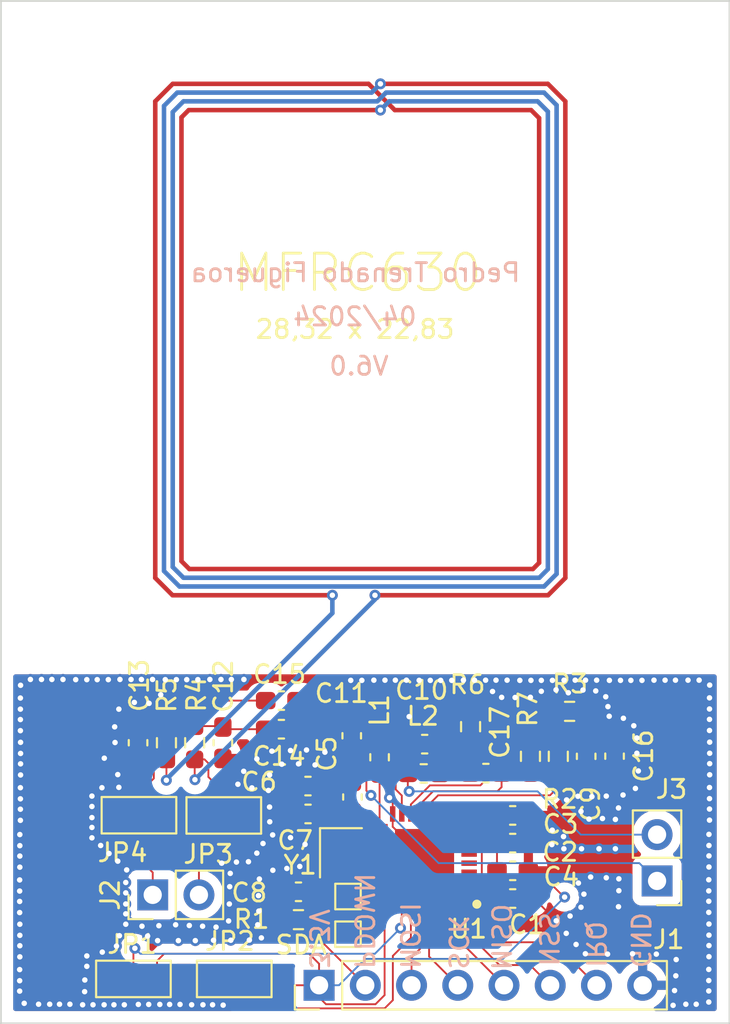
<source format=kicad_pcb>
(kicad_pcb (version 20221018) (generator pcbnew)
  (title_block (title "NFC Programmer") (rev "3.0") (company "Tychetools"))
  (layers (0 "F.Cu" signal) (31 "B.Cu" signal) (34 "B.Paste" user) (35 "F.Paste" user) (36 "B.SilkS" user "B.Silkscreen") (37 "F.SilkS" user "F.Silkscreen") (38 "B.Mask" user) (39 "F.Mask" user) (44 "Edge.Cuts" user))
  (net 0 "")
  (net 1 "Net-(U1-DVDD)")
  (net 2 "GND")
  (net 3 "Net-(U1-AVDD)")
  (net 4 "Net-(U1-TVDD)")
  (net 5 "Net-(U1-XTAL2)")
  (net 6 "/RXP")
  (net 7 "Net-(C9-Pad2)")
  (net 8 "Net-(C10-Pad2)")
  (net 9 "Net-(C11-Pad1)")
  (net 10 "Net-(C12-Pad1)")
  (net 11 "Net-(C13-Pad2)")
  (net 12 "/VMID")
  (net 13 "/RXN")
  (net 14 "Net-(C17-Pad2)")
  (net 15 "/TX1")
  (net 16 "/TX2")
  (net 17 "Net-(JP3-A)")
  (net 21 "/SCL")
  (net 22 "/MISO")
  (net 23 "/IRQ")
  (net 24 "/NSS")
  (net 31 "/PDOWN")
  (net 32 "+3V3")
  (net 33 "/SCK")
  (net 34 "/MOSI")
  (net 35 "Net-(U1-XTAL1)")
  (net 36 "/IFSEL0")
  (net 37 "/IFSEL1")
  (net 38 "Net-(J2-Pin_2)")
  (net 39 "Net-(JP4-A)")
  (net 40 "Net-(JP4-C)")
  (net 41 "Net-(J2-Pin_1)")
  (net 42 "/SDA")
  (footprint "Resistor_SMD:R_0603_1608Metric_Pad0.98x0.95mm_HandSolder" (layer "F.Cu") (at 150.81375 95.4575 -90)
    (fp_text reference "R2")
    (fp_text value "TBD" hide)
  )
  (footprint "Capacitor_SMD:C_0603_1608Metric_Pad1.08x0.95mm_HandSolder" (layer "F.Cu") (at 146.83425 96.38 180)
    (fp_text reference "C17")
    (fp_text value "TBD" hide)
  )
  (footprint "TestPoint:TestPoint_Pad_1.0x1.0mm" (layer "F.Cu") (at 139.26 103.15)
    (fp_text reference "TP2" hide)
    (fp_text value "TestPoint" hide)
  )
  (footprint "Resistor_SMD:R_0603_1608Metric_Pad0.98x0.95mm_HandSolder" (layer "F.Cu") (at 145.99425 93.83 90)
    (fp_text reference "R6")
    (fp_text value "TBD" hide)
  )
  (footprint "Jumper:SolderJumper-3_P1.3mm_Bridged12_Pad1.0x1.5mm_NumberLabels" (layer "F.Cu") (at 132.435 98.7)
    (fp_text reference "JP3")
    (fp_text value "SolderJumper_3_Bridged12" hide)
  )
  (footprint "MountingHole:MountingHole_3mm" (layer "F.Cu") (at 124.08 58.64)
    (fp_text reference "H3" hide)
    (fp_text value "MountingHole_Pad" hide)
  )
  (footprint "MountingHole:MountingHole_3mm" (layer "F.Cu") (at 156.12 58.64)
    (fp_text reference "H4" hide)
    (fp_text value "MountingHole_Pad" hide)
  )
  (footprint "Capacitor_SMD:C_0603_1608Metric_Pad1.08x0.95mm_HandSolder" (layer "F.Cu") (at 137.06 97.09 180)
    (fp_text reference "C6")
    (fp_text value "1u" hide)
  )
  (footprint "Connector_PinHeader_2.54mm:PinHeader_1x02_P2.54mm_Vertical" (layer "F.Cu") (at 128.53 103.06 90)
    (fp_text reference "J2")
    (fp_text value "Conn_01x02_Pin" hide)
  )
  (footprint "Inductor_SMD:L_0603_1608Metric_Pad1.05x0.95mm_HandSolder" (layer "F.Cu") (at 140.99425 95.51 90)
    (fp_text reference "L1")
    (fp_text value "TBD" hide)
  )
  (footprint "Capacitor_SMD:C_0603_1608Metric_Pad1.08x0.95mm_HandSolder" (layer "F.Cu") (at 135.6 93.97 180)
    (fp_text reference "C14")
    (fp_text value "C" hide)
  )
  (footprint "MountingHole:MountingHole_3mm" (layer "F.Cu") (at 124.06 88.02)
    (fp_text reference "H1" hide)
    (fp_text value "MountingHole_Pad" hide)
  )
  (footprint "Crystal:Crystal_SMD_2016-4Pin_2.0x1.6mm" (layer "F.Cu") (at 138.87175 100.75 -90)
    (fp_text reference "Y1")
    (fp_text value "Crystal_GND24" hide)
  )
  (footprint "Capacitor_SMD:C_0603_1608Metric_Pad1.08x0.95mm_HandSolder" (layer "F.Cu") (at 139.50425 97.69 90)
    (fp_text reference "C5")
    (fp_text value "100n" hide)
  )
  (footprint "Capacitor_SMD:C_0603_1608Metric_Pad1.08x0.95mm_HandSolder" (layer "F.Cu") (at 139.46425 94.33 -90)
    (fp_text reference "C11")
    (fp_text value "TBD" hide)
  )
  (footprint "Library3:MFRC630_MOUSER" (layer "F.Cu") (at 143.46425 101.07 180)
    (fp_text reference "U1")
    (fp_text value "MFRC63002HN,151" hide)
  )
  (footprint "Connector_PinHeader_2.54mm:PinHeader_1x08_P2.54mm_Vertical" (layer "F.Cu") (at 137.67 108.02 90)
    (fp_text reference "J1")
    (fp_text value "Conn_01x08" hide)
  )
  (footprint "Resistor_SMD:R_0603_1608Metric_Pad0.98x0.95mm_HandSolder" (layer "F.Cu") (at 130.835 94.7125 -90)
    (fp_text reference "R4")
    (fp_text value "TBD" hide)
  )
  (footprint "Connector_PinHeader_2.54mm:PinHeader_1x02_P2.54mm_Vertical" (layer "F.Cu") (at 156.24 102.295 180)
    (fp_text reference "J3")
    (fp_text value "Conn_01x02_Pin" hide)
  )
  (footprint "Capacitor_SMD:C_0603_1608Metric_Pad1.08x0.95mm_HandSolder" (layer "F.Cu") (at 152.34425 95.4575 90)
    (fp_text reference "C9")
    (fp_text value "TBD" hide)
  )
  (footprint "Capacitor_SMD:C_0603_1608Metric_Pad1.08x0.95mm_HandSolder" (layer "F.Cu") (at 135.6 92.4 180)
    (fp_text reference "C15")
    (fp_text value "TBD" hide)
  )
  (footprint "Capacitor_SMD:C_0603_1608Metric_Pad1.08x0.95mm_HandSolder" (layer "F.Cu") (at 148.3075 98.7)
    (fp_text reference "C3")
    (fp_text value "470n" hide)
  )
  (footprint "Capacitor_SMD:C_0603_1608Metric_Pad1.08x0.95mm_HandSolder" (layer "F.Cu") (at 148.3075 100.22)
    (fp_text reference "C2")
    (fp_text value "100n" hide)
  )
  (footprint "Resistor_SMD:R_0603_1608Metric_Pad0.98x0.95mm_HandSolder" (layer "F.Cu") (at 149.28325 95.4575 90)
    (fp_text reference "R7")
    (fp_text value "TBD" hide)
  )
  (footprint "Capacitor_SMD:C_0603_1608Metric_Pad1.08x0.95mm_HandSolder" (layer "F.Cu") (at 153.90425 95.45 -90)
    (fp_text reference "C16")
    (fp_text value "TBD" hide)
  )
  (footprint "Capacitor_SMD:C_0603_1608Metric_Pad1.08x0.95mm_HandSolder" (layer "F.Cu") (at 148.3075 101.74)
    (fp_text reference "C4")
    (fp_text value "100n" hide)
  )
  (footprint "Resistor_SMD:R_0603_1608Metric_Pad0.98x0.95mm_HandSolder" (layer "F.Cu") (at 129.285 94.7125 -90)
    (fp_text reference "R5")
    (fp_text value "TBD" hide)
  )
  (footprint "Resistor_SMD:R_0603_1608Metric_Pad0.98x0.95mm_HandSolder" (layer "F.Cu") (at 151.435 92.99)
    (fp_text reference "R3")
    (fp_text value "TBD" hide)
  )
  (footprint "Capacitor_SMD:C_0603_1608Metric_Pad1.08x0.95mm_HandSolder" (layer "F.Cu") (at 132.385 94.7125 -90)
    (fp_text reference "C12")
    (fp_text value "TBD" hide)
  )
  (footprint "Capacitor_SMD:C_0603_1608Metric_Pad1.08x0.95mm_HandSolder" (layer "F.Cu") (at 127.725 94.7125 90)
    (fp_text reference "C13")
    (fp_text value "TBD" hide)
  )
  (footprint "TestPoint:TestPoint_Pad_1.0x1.0mm" (layer "F.Cu") (at 139.26 105.22 180)
    (fp_text reference "TP1" hide)
    (fp_text value "TestPoint" hide)
  )
  (footprint "Capacitor_SMD:C_0603_1608Metric_Pad1.08x0.95mm_HandSolder" (layer "F.Cu") (at 136.5375 102.89 180)
    (fp_text reference "C8")
    (fp_text value "10p" hide)
  )
  (footprint "Inductor_SMD:L_0603_1608Metric_Pad1.05x0.95mm_HandSolder" (layer "F.Cu") (at 143.41925 96.4)
    (fp_text reference "L2")
    (fp_text value "TBD" hide)
  )
  (footprint "Resistor_SMD:R_0603_1608Metric_Pad0.98x0.95mm_HandSolder" (layer "F.Cu") (at 136.5375 104.42 180)
    (fp_text reference "R1")
    (fp_text value "10k" hide)
  )
  (footprint "Jumper:SolderJumper-3_P1.3mm_Bridged12_Pad1.0x1.5mm_NumberLabels" (layer "F.Cu") (at 127.775 98.69 180)
    (fp_text reference "JP4")
    (fp_text value "SolderJumper_3_Bridged12" hide)
  )
  (footprint "Jumper:SolderJumper-3_P1.3mm_Bridged12_Pad1.0x1.5mm_NumberLabels" (layer "F.Cu") (at 133.01 107.67 180)
    (fp_text reference "JP2")
    (fp_text value "SolderJumper_3_Bridged12" hide)
  )
  (footprint "Jumper:SolderJumper-3_P1.3mm_Bridged12_Pad1.0x1.5mm_NumberLabels" (layer "F.Cu") (at 127.47 107.67)
    (fp_text reference "JP1")
    (fp_text value "SolderJumper_3_Bridged12" hide)
  )
  (footprint "Capacitor_SMD:C_0603_1608Metric_Pad1.08x0.95mm_HandSolder" (layer "F.Cu") (at 143.47175 94.79)
    (fp_text reference "C10")
    (fp_text value "TBD" hide)
  )
  (footprint "Capacitor_SMD:C_0603_1608Metric_Pad1.08x0.95mm_HandSolder" (layer "F.Cu") (at 137.06425 98.62 180)
    (fp_text reference "C7")
    (fp_text value "10p" hide)
  )
  (footprint "MountingHole:MountingHole_3mm" (layer "F.Cu") (at 156.11 88.02)
    (fp_text reference "H2" hide)
    (fp_text value "MountingHole_Pad" hide)
  )
  (footprint "Capacitor_SMD:C_0603_1608Metric_Pad1.08x0.95mm_HandSolder" (layer "F.Cu") (at 148.3075 103.26)
    (fp_text reference "C1")
    (fp_text value "470n" hide)
  )
  (gr_poly (pts (xy 120.19 110.11) (xy 158.66 110.11) (xy 160.22 110.11) (xy 160.22 54.01) (xy 120.19 54.01) (xy 120.19 110.11)) (stroke (width 0.1)) (fill none) (layer "Edge.Cuts"))
  (gr_text "04/2024\n" (at 143.12 71.92) (layer "B.SilkS") (effects (font (size 1 1) (thickness 0.153)) (justify left bottom mirror)))
  (gr_text "3.3V\n" (at 137.07 107.19 -90) (layer "B.SilkS") (effects (font (size 1 1) (thickness 0.153)) (justify left bottom mirror)))
  (gr_text "Pedro Trenado Figueroa" (at 148.81 69.5) (layer "B.SilkS") (effects (font (size 1 1) (thickness 0.153)) (justify left bottom mirror)))
  (gr_text "V6.0\n" (at 141.58 74.63) (layer "B.SilkS") (effects (font (size 1 1) (thickness 0.153)) (justify left bottom mirror)))
  (gr_text "MOSI" (at 142.06 107.21 270) (layer "B.SilkS") (effects (font (size 1 1) (thickness 0.153)) (justify left bottom mirror)))
  (gr_text "SCK" (at 144.72 107.24 270) (layer "B.SilkS") (effects (font (size 1 1) (thickness 0.153)) (justify left bottom mirror)))
  (gr_text "MISO" (at 147.07 107.28 270) (layer "B.SilkS") (effects (font (size 1 1) (thickness 0.153)) (justify left bottom mirror)))
  (gr_text "GND\n" (at 154.73 107.17 270) (layer "B.SilkS") (effects (font (size 1 1) (thickness 0.153)) (justify left bottom mirror)))
  (gr_text "NSS\n" (at 149.69 107.07 270) (layer "B.SilkS") (effects (font (size 1 1) (thickness 0.153)) (justify left bottom mirror)))
  (gr_text "IRQ" (at 152.28 107.14 270) (layer "B.SilkS") (effects (font (size 1 1) (thickness 0.153)) (justify left bottom mirror)))
  (gr_text "PDOWN" (at 139.55 107.21 270) (layer "B.SilkS") (effects (font (size 1 1) (thickness 0.153)) (justify left bottom mirror)))
  (gr_text "28,32 x 22,83" (at 134.09 72.61) (layer "F.SilkS") (effects (font (size 1 1) (thickness 0.153)) (justify left bottom)))
  (gr_text "SDA\n" (at 135.18 106.39) (layer "F.SilkS") (effects (font (size 1 1) (thickness 0.153)) (justify left bottom)))
  (gr_text "MFRC630\n" (at 132.84 70.1) (layer "F.SilkS") (effects (font (size 2 2) (thickness 0.153)) (justify left bottom)))
  (segment (start 146.61 99.99075) (end 146.61 103.04) (width 0.1) (layer "F.Cu") (net 1))
  (segment (start 146.43925 99.82) (end 146.61 99.99075) (width 0.1) (layer "F.Cu") (net 1))
  (segment (start 146.83 103.26) (end 147.445 103.26) (width 0.1) (layer "F.Cu") (net 1))
  (segment (start 146.61 103.04) (end 146.83 103.26) (width 0.1) (layer "F.Cu") (net 1))
  (segment (start 145.91425 99.82) (end 146.43925 99.82) (width 0.1) (layer "F.Cu") (net 1))
  (segment (start 138.32175 101.45) (end 138.32175 101.15) (width 0.1) (layer "F.Cu") (net 2))
  (segment (start 134.225 95.575) (end 134.251582 95.601582) (width 0.1) (layer "F.Cu") (net 2))
  (segment (start 136.66 101.45) (end 136.61 101.5) (width 0.1) (layer "F.Cu") (net 2))
  (segment (start 141.54 97.73) (end 141.71425 97.90425) (width 0.1) (layer "F.Cu") (net 2))
  (segment (start 142.60925 94.79) (end 142.60925 93.29075) (width 0.1) (layer "F.Cu") (net 2))
  (segment (start 138.0275 95.1925) (end 137.99 95.23) (width 0.1) (layer "F.Cu") (net 2))
  (segment (start 125.885 95.575) (end 125.87 95.56) (width 0.1) (layer "F.Cu") (net 2))
  (segment (start 139.46425 95.1925) (end 138.0275 95.1925) (width 0.1) (layer "F.Cu") (net 2))
  (segment (start 141.71425 97.90425) (end 141.71425 98.62) (width 0.1) (layer "F.Cu") (net 2))
  (segment (start 138.32175 101.15) (end 139.42175 100.05) (width 0.1) (layer "F.Cu") (net 2))
  (segment (start 142.60925 93.29075) (end 142.62 93.28) (width 0.1) (layer "F.Cu") (net 2))
  (segment (start 143.46425 101.07) (end 141.71425 99.32) (width 0.1) (layer "F.Cu") (net 2))
  (segment (start 149.48 103.26) (end 150.7 104.48) (width 0.1) (layer "F.Cu") (net 2))
  (segment (start 149.17 103.26) (end 149.48 103.26) (width 0.1) (layer "F.Cu") (net 2))
  (segment (start 132.385 95.575) (end 134.225 95.575) (width 0.1) (layer "F.Cu") (net 2))
  (segment (start 138.32175 101.45) (end 136.66 101.45) (width 0.1) (layer "F.Cu") (net 2))
  (segment (start 127.725 95.575) (end 125.885 95.575) (width 0.1) (layer "F.Cu") (net 2))
  (segment (start 141.71425 99.32) (end 141.71425 98.62) (width 0.1) (layer "F.Cu") (net 2))
  (via micro (at 159.13 95.86) (size 0.6) (drill 0.3) (layers "F.Cu" "B.Cu") (net 2))
  (via micro (at 128.87 104.75) (size 0.6) (drill 0.3) (layers "F.Cu" "B.Cu") (net 2))
  (via micro (at 157.94 91.28) (size 0.6) (drill 0.3) (layers "F.Cu" "B.Cu") (net 2))
  (via micro (at 131.87 105.55) (size 0.6) (drill 0.3) (layers "F.Cu" "B.Cu") (net 2))
  (via micro (at 124.3 91.25) (size 0.6) (drill 0.3) (layers "F.Cu" "B.Cu") (net 2))
  (via micro (at 125.19 98.82) (size 0.6) (drill 0.3) (layers "F.Cu" "B.Cu") (net 2))
  (via micro (at 127.34 91.24) (size 0.6) (drill 0.3) (layers "F.Cu" "B.Cu") (net 2))
  (via micro (at 157.29 106.61) (size 0.6) (drill 0.3) (layers "F.Cu" "B.Cu") (net 2))
  (via micro (at 157.25 91.28) (size 0.6) (drill 0.3) (layers "F.Cu" "B.Cu") (net 2))
  (via micro (at 129.94 105.57) (size 0.6) (drill 0.3) (layers "F.Cu" "B.Cu") (net 2))
  (via micro (at 135.12 99.77) (size 0.6) (drill 0.3) (layers "F.Cu" "B.Cu") (net 2))
  (via micro (at 121.26 98.97) (size 0.6) (drill 0.3) (layers "F.Cu" "B.Cu") (net 2))
  (via micro (at 122.87 109.06) (size 0.6) (drill 0.3) (layers "F.Cu" "B.Cu") (net 2))
  (via (at 134.251582 95.601582) (size 0.6) (drill 0.3) (layers "F.Cu" "B.Cu") (net 2))
  (via micro (at 126.46 94.7) (size 0.6) (drill 0.3) (layers "F.Cu" "B.Cu") (net 2))
  (via micro (at 144.35 91.29) (size 0.6) (drill 0.3) (layers "F.Cu" "B.Cu") (net 2))
  (via micro (at 159.08 104.02) (size 0.6) (drill 0.3) (layers "F.Cu" "B.Cu") (net 2))
  (via micro (at 155.13 94.45) (size 0.6) (drill 0.3) (layers "F.Cu" "B.Cu") (net 2))
  (via micro (at 129.22 91.25) (size 0.6) (drill 0.3) (layers "F.Cu" "B.Cu") (net 2))
  (via micro (at 125.19 98.21) (size 0.6) (drill 0.3) (layers "F.Cu" "B.Cu") (net 2))
  (via micro (at 130.03 109.07) (size 0.6) (drill 0.3) (layers "F.Cu" "B.Cu") (net 2))
  (via micro (at 134.59 100.24) (size 0.6) (drill 0.3) (layers "F.Cu" "B.Cu") (net 2))
  (via micro (at 148.44 92.23) (size 0.6) (drill 0.3) (layers "F.Cu" "B.Cu") (net 2))
  (via micro (at 150.48 99.51) (size 0.6) (drill 0.3) (layers "F.Cu" "B.Cu") (net 2))
  (via micro (at 154.37 97.58) (size 0.6) (drill 0.3) (layers "F.Cu" "B.Cu") (net 2))
  (via micro (at 123.6 91.24) (size 0.6) (drill 0.3) (layers "F.Cu" "B.Cu") (net 2))
  (via micro (at 133.98 97.19) (size 0.6) (drill 0.3) (layers "F.Cu" "B.Cu") (net 2))
  (via micro (at 159.13 96.47) (size 0.6) (drill 0.3) (layers "F.Cu" "B.Cu") (net 2))
  (via micro (at 121.26 92.26) (size 0.6) (drill 0.3) (layers "F.Cu" "B.Cu") (net 2))
  (via micro (at 152.66 97.67) (size 0.6) (drill 0.3) (layers "F.Cu" "B.Cu") (net 2))
  (via micro (at 134.39 102.19) (size 0.6) (drill 0.3) (layers "F.Cu" "B.Cu") (net 2))
  (via micro (at 154.96 93.78) (size 0.6) (drill 0.3) (layers "F.Cu" "B.Cu") (net 2))
  (via micro (at 125.86 109.09) (size 0.6) (drill 0.3) (layers "F.Cu" "B.Cu") (net 2))
  (via micro (at 153.95 98.92) (size 0.6) (drill 0.3) (layers "F.Cu" "B.Cu") (net 2))
  (via micro (at 121.27 91.56) (size 0.6) (drill 0.3) (layers "F.Cu" "B.Cu") (net 2))
  (via micro (at 141.86 91.28) (size 0.6) (drill 0.3) (layers "F.Cu" "B.Cu") (net 2))
  (via micro (at 148.7 91.29) (size 0.6) (drill 0.3) (layers "F.Cu" "B.Cu") (net 2))
  (via micro (at 158.55 91.28) (size 0.6) (drill 0.3) (layers "F.Cu" "B.Cu") (net 2))
  (via micro (at 125.74 97.18) (size 0.6) (drill 0.3) (layers "F.Cu" "B.Cu") (net 2))
  (via micro (at 121.23 106.46) (size 0.6) (drill 0.3) (layers "F.Cu" "B.Cu") (net 2))
  (via micro (at 132.32 101.32) (size 0.6) (drill 0.3) (layers "F.Cu" "B.Cu") (net 2))
  (via micro (at 137.45 95.93) (size 0.6) (drill 0.3) (layers "F.Cu" "B.Cu") (net 2))
  (via micro (at 132.7 104.49) (size 0.6) (drill 0.3) (layers "F.Cu" "B.Cu") (net 2))
  (via micro (at 159.12 92.86) (size 0.6) (drill 0.3) (layers "F.Cu" "B.Cu") (net 2))
  (via micro (at 127.94 104.78) (size 0.6) (drill 0.3) (layers "F.Cu" "B.Cu") (net 2))
  (via micro (at 132.74 103.56) (size 0.6) (drill 0.3) (layers "F.Cu" "B.Cu") (net 2))
  (via micro (at 143.78 91.29) (size 0.6) (drill 0.3) (layers "F.Cu" "B.Cu") (net 2))
  (via micro (at 124.79 108.37) (size 0.6) (drill 0.3) (layers "F.Cu" "B.Cu") (net 2))
  (via micro (at 148 91.28) (size 0.6) (drill 0.3) (layers "F.Cu" "B.Cu") (net 2))
  (via (at 136.61 101.5) (size 0.6) (drill 0.3) (layers "F.Cu" "B.Cu") (net 2))
  (via micro (at 121.26 92.87) (size 0.6) (drill 0.3) (layers "F.Cu" "B.Cu") (net 2))
  (via micro (at 151.917606 102.41155) (size 0.6) (drill 0.3) (layers "F.Cu" "B.Cu") (net 2))
  (via micro (at 152.92 91.28) (size 0.6) (drill 0.3) (layers "F.Cu" "B.Cu") (net 2))
  (via micro (at 147.701096 92.221952) (size 0.6) (drill 0.3) (layers "F.Cu" "B.Cu") (net 2))
  (via micro (at 149.28 92.22) (size 0.6) (drill 0.3) (layers "F.Cu" "B.Cu") (net 2))
  (via micro (at 159.09 99.74) (size 0.6) (drill 0.3) (layers "F.Cu" "B.Cu") (net 2))
  (via micro (at 139.41 91.29) (size 0.6) (drill 0.3) (layers "F.Cu" "B.Cu") (net 2))
  (via micro (at 154.89 106.29) (size 0.6) (drill 0.3) (layers "F.Cu" "B.Cu") (net 2))
  (via micro (at 159.09 101.53) (size 0.6) (drill 0.3) (layers "F.Cu" "B.Cu") (net 2))
  (via micro (at 132.82 105.55) (size 0.6) (drill 0.3) (layers "F.Cu" "B.Cu") (net 2))
  (via micro (at 131.29 109.09) (size 0.6) (drill 0.3) (layers "F.Cu" "B.Cu") (net 2))
  (via micro (at 133.79 101.24) (size 0.6) (drill 0.3) (layers "F.Cu" "B.Cu") (net 2))
  (via micro (at 151.89 97.65) (size 0.6) (drill 0.3) (layers "F.Cu" "B.Cu") (net 2))
  (via micro (at 159.13 95.29) (size 0.6) (drill 0.3) (layers "F.Cu" "B.Cu") (net 2))
  (via micro (at 130.87 105.57) (size 0.6) (drill 0.3) (layers "F.Cu" "B.Cu") (net 2))
  (via micro (at 134.34 103.1) (size 0.6) (drill 0.3) (layers "F.Cu" "B.Cu") (net 2))
  (via micro (at 132.79 101.88) (size 0.6) (drill 0.3) (layers "F.Cu" "B.Cu") (net 2))
  (via micro (at 125.25 109.09) (size 0.6) (drill 0.3) (layers "F.Cu" "B.Cu") (net 2))
  (via micro (at 127.52 92.5) (size 0.6) (drill 0.3) (layers "F.Cu" "B.Cu") (net 2))
  (via micro (at 127.74 109.07) (size 0.6) (drill 0.3) (layers "F.Cu" "B.Cu") (net 2))
  (via micro (at 159.12 98.96) (size 0.6) (drill 0.3) (layers "F.Cu" "B.Cu") (net 2))
  (via micro (at 126.61 96.46) (size 0.6) (drill 0.3) (layers "F.Cu" "B.Cu") (net 2))
  (via micro (at 158.39 109.06) (size 0.6) (drill 0.3) (layers "F.Cu" "B.Cu") (net 2))
  (via micro (at 121.23 104.67) (size 0.6) (drill 0.3) (layers "F.Cu" "B.Cu") (net 2))
  (via micro (at 152.31 91.28) (size 0.6) (drill 0.3) (layers "F.Cu" "B.Cu") (net 2))
  (via micro (at 126.67 92.87) (size 0.6) (drill 0.3) (layers "F.Cu" "B.Cu") (net 2))
  (via micro (at 126.44 93.84) (size 0.6) (drill 0.3) (layers "F.Cu" "B.Cu") (net 2))
  (via micro (at 153.95 100.53) (size 0.6) (drill 0.3) (layers "F.Cu" "B.Cu") (net 2))
  (via micro (at 140.68 91.28) (size 0.6) (drill 0.3) (layers "F.Cu" "B.Cu") (net 2))
  (via micro (at 156.07 91.28) (size 0.6) (drill 0.3) (layers "F.Cu" "B.Cu") (net 2))
  (via micro (at 150.46 100.3) (size 0.6) (drill 0.3) (layers "F.Cu" "B.Cu") (net 2))
  (via micro (at 140.02 91.29) (size 0.6) (drill 0.3) (layers "F.Cu" "B.Cu") (net 2))
  (via micro (at 153.45 97.64) (size 0.6) (drill 0.3) (layers "F.Cu" "B.Cu") (net 2))
  (via micro (at 134.95 98.24) (size 0.6) (drill 0.3) (layers "F.Cu" "B.Cu") (net 2))
  (via micro (at 151.364342 91.97) (size 0.6) (drill 0.3) (layers "F.Cu" "B.Cu") (net 2))
  (via micro (at 135.077887 95.174346) (size 0.6) (drill 0.3) (layers "F.Cu" "B.Cu") (net 2))
  (via micro (at 155.41 91.29) (size 0.6) (drill 0.3) (layers "F.Cu" "B.Cu") (net 2))
  (via micro (at 159.08 107.15) (size 0.6) (drill 0.3) (layers "F.Cu" "B.Cu") (net 2))
  (via micro (at 123.41 109.06) (size 0.6) (drill 0.3) (layers "F.Cu" "B.Cu") (net 2))
  (via micro (at 159.09 105.27) (size 0.6) (drill 0.3) (layers "F.Cu" "B.Cu") (net 2))
  (via micro (at 136.98 95.11) (size 0.6) (drill 0.3) (layers "F.Cu" "B.Cu") (net 2))
  (via micro (at 157.27 107.5) (size 0.6) (drill 0.3) (layers "F.Cu" "B.Cu") (net 2))
  (via micro (at 128.33 92.55) (size 0.6) (drill 0.3) (layers "F.Cu" "B.Cu") (net 2))
  (via micro (at 134.36 103.95) (size 0.6) (drill 0.3) (layers "F.Cu" "B.Cu") (net 2))
  (via micro (at 121.26 94.05) (size 0.6) (drill 0.3) (layers "F.Cu" "B.Cu") (net 2))
  (via micro (at 121.81 91.24) (size 0.6) (drill 0.3) (layers "F.Cu" "B.Cu") (net 2))
  (via (at 142.62 93.28) (size 0.6) (drill 0.3) (layers "F.Cu" "B.Cu") (net 2))
  (via micro (at 131.01 91.25) (size 0.6) (drill 0.3) (layers "F.Cu" "B.Cu") (net 2))
  (via micro (at 121.47 109.01) (size 0.6) (drill 0.3) (layers "F.Cu" "B.Cu") (net 2))
  (via micro (at 149.88 91.29) (size 0.6) (drill 0.3) (layers "F.Cu" "B.Cu") (net 2))
  (via micro (at 125.48 91.25) (size 0.6) (drill 0.3) (layers "F.Cu" "B.Cu") (net 2))
  (via micro (at 128.31 109.07) (size 0.6) (drill 0.3) (layers "F.Cu" "B.Cu") (net 2))
  (via micro (at 127.05 102.38) (size 0.6) (drill 0.3) (layers "F.Cu" "B.Cu") (net 2))
  (via micro (at 127.91 91.24) (size 0.6) (drill 0.3) (layers "F.Cu" "B.Cu") (net 2))
  (via micro (at 131.82 109.09) (size 0.6) (drill 0.3) (layers "F.Cu" "B.Cu") (net 2))
  (via micro (at 151.46 104.22) (size 0.6) (drill 0.3) (layers "F.Cu" "B.Cu") (net 2))
  (via micro (at 124.8 107.73) (size 0.6) (drill 0.3) (layers "F.Cu" "B.Cu") (net 2))
  (via micro (at 134.95 96.48) (size 0.6) (drill 0.3) (layers "F.Cu" "B.Cu") (net 2))
  (via micro (at 136.54 95.87) (size 0.6) (drill 0.3) (layers "F.Cu" "B.Cu") (net 2))
  (via micro (at 153.54 92.73) (size 0.6) (drill 0.3) (layers "F.Cu" "B.Cu") (net 2))
  (via micro (at 132.76 102.61) (size 0.6) (drill 0.3) (layers "F.Cu" "B.Cu") (net 2))
  (via micro (at 121.23 105.85) (size 0.6) (drill 0.3) (layers "F.Cu" "B.Cu") (net 2))
  (via micro (at 155.13 95.29) (size 0.6) (drill 0.3) (layers "F.Cu" "B.Cu") (net 2))
  (via micro (at 151.1 99.86) (size 0.6) (drill 0.3) (layers "F.Cu" "B.Cu") (net 2))
  (via micro (at 126.4 109.09) (size 0.6) (drill 0.3) (layers "F.Cu" "B.Cu") (net 2))
  (via micro (at 130.54 104.74) (size 0.6) (drill 0.3) (layers "F.Cu" "B.Cu") (net 2))
  (via micro (at 125.76 106.2) (size 0.6) (drill 0.3) (layers "F.Cu" "B.Cu") (net 2))
  (via micro (at 159.08 107.76) (size 0.6) (drill 0.3) (layers "F.Cu" "B.Cu") (net 2))
  (via micro (at 124.91 106.98) (size 0.6) (drill 0.3) (layers "F.Cu" "B.Cu") (net 2))
  (via micro (at 152.09 100.53) (size 0.6) (drill 0.3) (layers "F.Cu" "B.Cu") (net 2))
  (via micro (at 127.05 104.1) (size 0.6) (drill 0.3) (layers "F.Cu" "B.Cu") (net 2))
  (via micro (at 124.91 106.41) (size 0.6) (drill 0.3) (layers "F.Cu" "B.Cu") (net 2))
  (via micro (at 133.54 91.24) (size 0.6) (drill 0.3) (layers "F.Cu" "B.Cu") (net 2))
  (via micro (at 159.09 104.66) (size 0.6) (drill 0.3) (layers "F.Cu" "B.Cu") (net 2))
  (via micro (at 152.06 103.74) (size 0.6) (drill 0.3) (layers "F.Cu" "B.Cu") (net 2))
  (via micro (at 128.8 105.57) (size 0.6) (drill 0.3) (layers "F.Cu" "B.Cu") (net 2))
  (via micro (at 121.22 107.16) (size 0.6) (drill 0.3) (layers "F.Cu" "B.Cu") (net 2))
  (via micro (at 121.22 108.34) (size 0.6) (drill 0.3) (layers "F.Cu" "B.Cu") (net 2))
  (via micro (at 135.62 95.89) (size 0.6) (drill 0.3) (layers "F.Cu" "B.Cu") (net 2))
  (via micro (at 157.2 108.31) (size 0.6) (drill 0.3) (layers "F.Cu" "B.Cu") (net 2))
  (via micro (at 154.14 102.83) (size 0.6) (drill 0.3) (layers "F.Cu" "B.Cu") (net 2))
  (via micro (at 132.85 91.24) (size 0.6) (drill 0.3) (layers "F.Cu" "B.Cu") (net 2))
  (via micro (at 159.13 94.68) (size 0.6) (drill 0.3) (layers "F.Cu" "B.Cu") (net 2))
  (via micro (at 127.05 102.95) (size 0.6) (drill 0.3) (layers "F.Cu" "B.Cu") (net 2))
  (via micro (at 121.23 100.36) (size 0.6) (drill 0.3) (layers "F.Cu" "B.Cu") (net 2))
  (via micro (at 152.3 106.29) (size 0.6) (drill 0.3) (layers "F.Cu" "B.Cu") (net 2))
  (via micro (at 152.22 103.02) (size 0.6) (drill 0.3) (layers "F.Cu" "B.Cu") (net 2))
  (via micro (at 121.22 102.24) (size 0.6) (drill 0.3) (layers "F.Cu" "B.Cu") (net 2))
  (via micro (at 121.26 93.44) (size 0.6) (drill 0.3) (layers "F.Cu" "B.Cu") (net 2))
  (via micro (at 126.97 109.09) (size 0.6) (drill 0.3) (layers "F.Cu" "B.Cu") (net 2))
  (via micro (at 153.45 102.12) (size 0.6) (drill 0.3) (layers "F.Cu" "B.Cu") (net 2))
  (via micro (at 151.74 91.28) (size 0.6) (drill 0.3) (layers "F.Cu" "B.Cu") (net 2))
  (via micro (at 125.19 99.36) (size 0.6) (drill 0.3) (layers "F.Cu" "B.Cu") (net 2))
  (via micro (at 121.23 101.54) (size 0.6) (drill 0.3) (layers "F.Cu" "B.Cu") (net 2))
  (via micro (at 159.12 93.43) (size 0.6) (drill 0.3) (layers "F.Cu" "B.Cu") (net 2))
  (via micro (at 159.09 100.92) (size 0.6) (drill 0.3) (layers "F.Cu" "B.Cu") (net 2))
  (via micro (at 126.67 97.16) (size 0.6) (drill 0.3) (layers "F.Cu" "B.Cu") (net 2))
  (via micro (at 151.12 100.53) (size 0.6) (drill 0.3) (layers "F.Cu" "B.Cu") (net 2))
  (via micro (at 128.97 92.08) (size 0.6) (drill 0.3) (layers "F.Cu" "B.Cu") (net 2))
  (via (at 150.7 104.48) (size 0.6) (drill 0.3) (layers "F.Cu" "B.Cu") (net 2))
  (via micro (at 159.08 108.33) (size 0.6) (drill 0.3) (layers "F.Cu" "B.Cu") (net 2))
  (via micro (at 152.06 98.48) (size 0.6) (drill 0.3) (layers "F.Cu" "B.Cu") (net 2))
  (via micro (at 129.46 109.07) (size 0.6) (drill 0.3) (layers "F.Cu" "B.Cu") (net 2))
  (via micro (at 152.59 102.08) (size 0.6) (drill 0.3) (layers "F.Cu" "B.Cu") (net 2))
  (via micro (at 122.42 91.24) (size 0.6) (drill 0.3) (layers "F.Cu" "B.Cu") (net 2))
  (via micro (at 159.12 97.78) (size 0.6) (drill 0.3) (layers "F.Cu" "B.Cu") (net 2))
  (via micro (at 126.54 105.87) (size 0.6) (drill 0.3) (layers "F.Cu" "B.Cu") (net 2))
  (via micro (at 121.26 98.36) (size 0.6) (drill 0.3) (layers "F.Cu" "B.Cu") (net 2))
  (via micro (at 133.53 96.28) (size 0.6) (drill 0.3) (layers "F.Cu" "B.Cu") (net 2))
  (via micro (at 153.24 98.87) (size 0.6) (drill 0.3) (layers "F.Cu" "B.Cu") (net 2))
  (via micro (at 159.09 106.45) (size 0.6) (drill 0.3) (layers "F.Cu" "B.Cu") (net 2))
  (via micro (at 121.23 105.28) (size 0.6) (drill 0.3) (layers "F.Cu" "B.Cu") (net 2))
  (via micro (at 121.22 104.03) (size 0.6) (drill 0.3) (layers "F.Cu" "B.Cu") (net 2))
  (via micro (at 146.82 91.28) (size 0.6) (drill 0.3) (layers "F.Cu" "B.Cu") (net 2))
  (via micro (at 134.3 104.7) (size 0.6) (drill 0.3) (layers "F.Cu" "B.Cu") (net 2))
  (via micro (at 129.79 104.7) (size 0.6) (drill 0.3) (layers "F.Cu" "B.Cu") (net 2))
  (via micro (at 159.13 91.55) (size 0.6) (drill 0.3) (layers "F.Cu" "B.Cu") (net 2))
  (via micro (at 132.28 91.24) (size 0.6) (drill 0.3) (layers "F.Cu" "B.Cu") (net 2))
  (via micro (at 135.9 101.61) (size 0.6) (drill 0.3) (layers "F.Cu" "B.Cu") (net 2))
  (via micro (at 157.12 109.12) (size 0.6) (drill 0.3) (layers "F.Cu" "B.Cu") (net 2))
  (via micro (at 154.12 98.29) (size 0.6) (drill 0.3) (layers "F.Cu" "B.Cu") (net 2))
  (via micro (at 130.4 91.25) (size 0.6) (drill 0.3) (layers "F.Cu" "B.Cu") (net 2))
  (via micro (at 128.52 91.24) (size 0.6) (drill 0.3) (layers "F.Cu" "B.Cu") (net 2))
  (via micro (at 151.79 105.78) (size 0.6) (drill 0.3) (layers "F.Cu" "B.Cu") (net 2))
  (via micro (at 125.67 100.35) (size 0.6) (drill 0.3) (layers "F.Cu" "B.Cu") (net 2))
  (via micro (at 153.05 100.53) (size 0.6) (drill 0.3) (layers "F.Cu" "B.Cu") (net 2))
  (via micro (at 159.08 108.94) (size 0.6) (drill 0.3) (layers "F.Cu" "B.Cu") (net 2))
  (via micro (at 159.12 97.17) (size 0.6) (drill 0.3) (layers "F.Cu" "B.Cu") (net 2))
  (via micro (at 133.21 96.99) (size 0.6) (drill 0.3) (layers "F.Cu" "B.Cu") (net 2))
  (via micro (at 142.47 91.28) (size 0.6) (drill 0.3) (layers "F.Cu" "B.Cu") (net 2))
  (via micro (at 154.8 91.29) (size 0.6) (drill 0.3) (layers "F.Cu" "B.Cu") (net 2))
  (via micro (at 147.2 91.9) (size 0.6) (drill 0.3) (layers "F.Cu" "B.Cu") (net 2))
  (via micro (at 122.99 91.24) (size 0.6) (drill 0.3) (layers "F.Cu" "B.Cu") (net 2))
  (via micro (at 125.19 99.93) (size 0.6) (drill 0.3) (layers "F.Cu" "B.Cu") (net 2))
  (via micro (at 145.6 91.28) (size 0.6) (drill 0.3) (layers "F.Cu" "B.Cu") (net 2))
  (via micro (at 128.92 109.07) (size 0.6) (drill 0.3) (layers "F.Cu" "B.Cu") (net 2))
  (via micro (at 151.27 97.85) (size 0.6) (drill 0.3) (layers "F.Cu" "B.Cu") (net 2))
  (via micro (at 131.27 104.78) (size 0.6) (drill 0.3) (layers "F.Cu" "B.Cu") (net 2))
  (via micro (at 149.31 91.29) (size 0.6) (drill 0.3) (layers "F.Cu" "B.Cu") (net 2))
  (via micro (at 121.23 99.75) (size 0.6) (drill 0.3) (layers "F.Cu" "B.Cu") (net 2))
  (via micro (at 124.91 91.25) (size 0.6) (drill 0.3) (layers "F.Cu" "B.Cu") (net 2))
  (via micro (at 152.17 91.82) (size 0.6) (drill 0.3) (layers "F.Cu" "B.Cu") (net 2))
  (via micro (at 157.82 109.06) (size 0.6) (drill 0.3) (layers "F.Cu" "B.Cu") (net 2))
  (via micro (at 154.23 91.29) (size 0.6) (drill 0.3) (layers "F.Cu" "B.Cu") (net 2))
  (via micro (at 151.13 91.28) (size 0.6) (drill 0.3) (layers "F.Cu" "B.Cu") (net 2))
  (via micro (at 159.09 105.84) (size 0.6) (drill 0.3) (layers "F.Cu" "B.Cu") (net 2))
  (via micro (at 129.83 91.25) (size 0.6) (drill 0.3) (layers "F.Cu" "B.Cu") (net 2))
  (via micro (at 146.21 91.28) (size 0.6) (drill 0.3) (layers "F.Cu" "B.Cu") (net 2))
  (via micro (at 123.98 109.06) (size 0.6) (drill 0.3) (layers "F.Cu" "B.Cu") (net 2))
  (via micro (at 136.9 100.29) (size 0.6) (drill 0.3) (layers "F.Cu" "B.Cu") (net 2))
  (via micro (at 134.96 99.05) (size 0.6) (drill 0.3) (layers "F.Cu" "B.Cu") (net 2))
  (via micro (at 159.09 100.35) (size 0.6) (drill 0.3) (layers "F.Cu" "B.Cu") (net 2))
  (via micro (at 131.67 91.24) (size 0.6) (drill 0.3) (layers "F.Cu" "B.Cu") (net 2))
  (via micro (at 127.1 101.69) (size 0.6) (drill 0.3) (layers "F.Cu" "B.Cu") (net 2))
  (via micro (at 136.1 95.14) (size 0.6) (drill 0.3) (layers "F.Cu" "B.Cu") (net 2))
  (via micro (at 122.26 109.06) (size 0.6) (drill 0.3) (layers "F.Cu" "B.Cu") (net 2))
  (via micro (at 127.05 103.56) (size 0.6) (drill 0.3) (layers "F.Cu" "B.Cu") (net 2))
  (via micro (at 126.09 91.25) (size 0.6) (drill 0.3) (layers "F.Cu" "B.Cu") (net 2))
  (via micro (at 159.12 98.35) (size 0.6) (drill 0.3) (layers "F.Cu" "B.Cu") (net 2))
  (via micro (at 147.39 91.28) (size 0.6) (drill 0.3) (layers "F.Cu" "B.Cu") (net 2))
  (via micro (at 121.27 95.3) (size 0.6) (drill 0.3) (layers "F.Cu" "B.Cu") (net 2))
  (via micro (at 152.5 98.9) (size 0.6) (drill 0.3) (layers "F.Cu" "B.Cu") (net 2))
  (via micro (at 126.13 100.79) (size 0.6) (drill 0.3) (layers "F.Cu" "B.Cu") (net 2))
  (via micro (at 134.89 97.33) (size 0.6) (drill 0.3) (layers "F.Cu" "B.Cu") (net 2))
  (via micro (at 136.1 99.92) (size 0.6) (drill 0.3) (layers "F.Cu" "B.Cu") (net 2))
  (via micro (at 121.26 97.18) (size 0.6) (drill 0.3) (layers "F.Cu" "B.Cu") (net 2))
  (via micro (at 130.67 109.09) (size 0.6) (drill 0.3) (layers "F.Cu" "B.Cu") (net 2))
  (via micro (at 126.61 101.21) (size 0.6) (drill 0.3) (layers "F.Cu" "B.Cu") (net 2))
  (via micro (at 121.22 107.77) (size 0.6) (drill 0.3) (layers "F.Cu" "B.Cu") (net 2))
  (via micro (at 154.12 103.71) (size 0.6) (drill 0.3) (layers "F.Cu" "B.Cu") (net 2))
  (via micro (at 121.27 95.87) (size 0.6) (drill 0.3) (layers "F.Cu" "B.Cu") (net 2))
  (via micro (at 149.88 91.89) (size 0.6) (drill 0.3) (layers "F.Cu" "B.Cu") (net 2))
  (via micro (at 144.96 91.29) (size 0.6) (drill 0.3) (layers "F.Cu" "B.Cu") (net 2))
  (via micro (at 121.22 102.85) (size 0.6) (drill 0.3) (layers "F.Cu" "B.Cu") (net 2))
  (via micro (at 159.08 102.23) (size 0.6) (drill 0.3) (layers "F.Cu" "B.Cu") (net 2))
  (via micro (at 121.22 103.42) (size 0.6) (drill 0.3) (layers "F.Cu" "B.Cu") (net 2))
  (via micro (at 156.2 106.31) (size 0.6) (drill 0.3) (layers "F.Cu" "B.Cu") (net 2))
  (via micro (at 143.17 91.29) (size 0.6) (drill 0.3) (layers "F.Cu" "B.Cu") (net 2))
  (via micro (at 159.12 94.04) (size 0.6) (drill 0.3) (layers "F.Cu" "B.Cu") (net 2))
  (via micro (at 134.25 100.77) (size 0.6) (drill 0.3) (layers "F.Cu" "B.Cu") (net 2))
  (via micro (at 121.23 100.93) (size 0.6) (drill 0.3) (layers "F.Cu" "B.Cu") (net 2))
  (via micro (at 153.42 92.19) (size 0.6) (drill 0.3) (layers "F.Cu" "B.Cu") (net 2))
  (via micro (at 155.21 96.26) (size 0.6) (drill 0.3) (layers "F.Cu" "B.Cu") (net 2))
  (via (at 137.99 95.23) (size 0.6) (drill 0.3) (layers "F.Cu" "B.Cu") (net 2))
  (via micro (at 121.27 96.48) (size 0.6) (drill 0.3) (layers "F.Cu" "B.Cu") (net 2))
  (via micro (at 156.68 91.28) (size 0.6) (drill 0.3) (layers "F.Cu" "B.Cu") (net 2))
  (via micro (at 125.19 97.64) (size 0.6) (drill 0.3) (layers "F.Cu" "B.Cu") (net 2))
  (via micro (at 135.13 101.71) (size 0.6) (drill 0.3) (layers "F.Cu" "B.Cu") (net 2))
  (via micro (at 126.7 105.3) (size 0.6) (drill 0.3) (layers "F.Cu" "B.Cu") (net 2))
  (via micro (at 159.08 102.84) (size 0.6) (drill 0.3) (layers "F.Cu" "B.Cu") (net 2))
  (via micro (at 154.39 93.37) (size 0.6) (drill 0.3) (layers "F.Cu" "B.Cu") (net 2))
  (via micro (at 153.62 91.29) (size 0.6) (drill 0.3) (layers "F.Cu" "B.Cu") (net 2))
  (via micro (at 159.12 92.25) (size 0.6) (drill 0.3) (layers "F.Cu" "B.Cu") (net 2))
  (via micro (at 151.25 105.17) (size 0.6) (drill 0.3) (layers "F.Cu" "B.Cu") (net 2))
  (via (at 125.87 95.56) (size 0.6) (drill 0.3) (layers "F.Cu" "B.Cu") (net 2))
  (via micro (at 121.26 97.79) (size 0.6) (drill 0.3) (layers "F.Cu" "B.Cu") (net 2))
  (via micro (at 121.27 94.69) (size 0.6) (drill 0.3) (layers "F.Cu" "B.Cu") (net 2))
  (via micro (at 153.52 106.31) (size 0.6) (drill 0.3) (layers "F.Cu" "B.Cu") (net 2))
  (via (at 141.54 97.73) (size 0.6) (drill 0.3) (layers "F.Cu" "B.Cu") (net 2))
  (via micro (at 127.05 104.67) (size 0.6) (drill 0.3) (layers "F.Cu" "B.Cu") (net 2))
  (via micro (at 132.01 104.83) (size 0.6) (drill 0.3) (layers "F.Cu" "B.Cu") (net 2))
  (via micro (at 155.05 97.22) (size 0.6) (drill 0.3) (layers "F.Cu" "B.Cu") (net 2))
  (via micro (at 128.25 105.32) (size 0.6) (drill 0.3) (layers "F.Cu" "B.Cu") (net 2))
  (via micro (at 124.68 109.09) (size 0.6) (drill 0.3) (layers "F.Cu" "B.Cu") (net 2))
  (via micro (at 159.08 103.41) (size 0.6) (drill 0.3) (layers "F.Cu" "B.Cu") (net 2))
  (via micro (at 141.29 91.28) (size 0.6) (drill 0.3) (layers "F.Cu" "B.Cu") (net 2))
  (via micro (at 153.61 93.26) (size 0.6) (drill 0.3) (layers "F.Cu" "B.Cu") (net 2))
  (via micro (at 133.84 105.54) (size 0.6) (drill 0.3) (layers "F.Cu" "B.Cu") (net 2))
  (via micro (at 133.13 101.26) (size 0.6) (drill 0.3) (layers "F.Cu" "B.Cu") (net 2))
  (via micro (at 152.87 91.87) (size 0.6) (drill 0.3) (layers "F.Cu" "B.Cu") (net 2))
  (via micro (at 134.5 105.42) (size 0.6) (drill 0.3) (layers "F.Cu" "B.Cu") (net 2))
  (via micro (at 150.69 91.81) (size 0.6) (drill 0.3) (layers "F.Cu" "B.Cu") (net 2))
  (via micro (at 132.4 109.11) (size 0.6) (drill 0.3) (layers "F.Cu" "B.Cu") (net 2))
  (via micro (at 150.49 91.29) (size 0.6) (drill 0.3) (layers "F.Cu" "B.Cu") (net 2))
  (via micro (at 126.73 91.24) (size 0.6) (drill 0.3) (layers "F.Cu" "B.Cu") (net 2))
  (via micro (at 154.14 102.18) (size 0.6) (drill 0.3) (layers "F.Cu" "B.Cu") (net 2))
  (segment (start 147.365 98.62) (end 147.445 98.7) (width 0.1) (layer "F.Cu") (net 3))
  (segment (start 145.21425 98.62) (end 147.365 98.62) (width 0.1) (layer "F.Cu") (net 3))
  (segment (start 140.1425 98.5525) (end 139.50425 98.5525) (width 0.1) (layer "F.Cu") (net 4))
  (segment (start 141.01425 99.82) (end 140.48925 99.82) (width 0.1) (layer "F.Cu") (net 4))
  (segment (start 138.75 98.09) (end 138.75 98.46) (width 0.1) (layer "F.Cu") (net 4))
  (segment (start 138.46 97.8) (end 138.75 98.09) (width 0.1) (layer "F.Cu") (net 4))
  (segment (start 140.337 98.747) (end 140.1425 98.5525) (width 0.1) (layer "F.Cu") (net 4))
  (segment (start 140.337 99.66775) (end 140.337 98.747) (width 0.1) (layer "F.Cu") (net 4))
  (segment (start 138.8425 98.5525) (end 139.50425 98.5525) (width 0.1) (layer "F.Cu") (net 4))
  (segment (start 140.48925 99.82) (end 140.337 99.66775) (width 0.1) (layer "F.Cu") (net 4))
  (segment (start 138.04 97.8) (end 138.46 97.8) (width 0.1) (layer "F.Cu") (net 4))
  (segment (start 137.9225 97.09) (end 137.9225 97.6825) (width 0.1) (layer "F.Cu") (net 4))
  (segment (start 137.9225 97.6825) (end 138.04 97.8) (width 0.1) (layer "F.Cu") (net 4))
  (segment (start 138.75 98.46) (end 138.8425 98.5525) (width 0.1) (layer "F.Cu") (net 4))
  (segment (start 137.6 102.11) (end 139.31 102.11) (width 0.1) (layer "F.Cu") (net 5))
  (segment (start 137.4 102.89) (end 137.4 102.31) (width 0.1) (layer "F.Cu") (net 5))
  (segment (start 139.31 102.11) (end 139.42175 101.99825) (width 0.1) (layer "F.Cu") (net 5))
  (segment (start 140.53 100.82) (end 141.01425 100.82) (width 0.1) (layer "F.Cu") (net 5))
  (segment (start 139.9 101.45) (end 140.53 100.82) (width 0.1) (layer "F.Cu") (net 5))
  (segment (start 137.4 102.31) (end 137.6 102.11) (width 0.1) (layer "F.Cu") (net 5))
  (segment (start 139.42175 101.99825) (end 139.42175 101.45) (width 0.1) (layer "F.Cu") (net 5))
  (segment (start 139.42175 101.45) (end 139.9 101.45) (width 0.1) (layer "F.Cu") (net 5))
  (segment (start 143.71425 98.095) (end 144.21225 97.597) (width 0.1) (layer "F.Cu") (net 6))
  (segment (start 150.81375 97.1405) (end 150.81375 96.37) (width 0.1) (layer "F.Cu") (net 6))
  (segment (start 150.81375 96.37) (end 152.29425 96.37) (width 0.1) (layer "F.Cu") (net 6))
  (segment (start 144.21225 97.597) (end 150.35725 97.597) (width 0.1) (layer "F.Cu") (net 6))
  (segment (start 150.35725 97.597) (end 150.81375 97.1405) (width 0.1) (layer "F.Cu") (net 6))
  (segment (start 143.71425 98.62) (end 143.71425 98.095) (width 0.1) (layer "F.Cu") (net 6))
  (segment (start 152.29425 96.37) (end 152.34425 96.32) (width 0.1) (layer "F.Cu") (net 6))
  (segment (start 152.3475 94.59175) (end 152.34425 94.595) (width 0.1) (layer "F.Cu") (net 7))
  (segment (start 152.3475 92.99) (end 152.3475 94.59175) (width 0.1) (layer "F.Cu") (net 7))
  (segment (start 145.05 94.79) (end 144.33425 94.79) (width 0.1) (layer "F.Cu") (net 8))
  (segment (start 136.4625 92.4) (end 137.43 92.4) (width 0.1) (layer "F.Cu") (net 8))
  (segment (start 144.29425 94.83) (end 144.33425 94.79) (width 0.1) (layer "F.Cu") (net 8))
  (segment (start 145.17 94.67) (end 145.05 94.79) (width 0.1) (layer "F.Cu") (net 8))
  (segment (start 146.410022 92.253) (end 146.75 92.592978) (width 0.1) (layer "F.Cu") (net 8))
  (segment (start 145.35 94) (end 145.17 94.18) (width 0.1) (layer "F.Cu") (net 8))
  (segment (start 146.57 94) (end 145.35 94) (width 0.1) (layer "F.Cu") (net 8))
  (segment (start 150.5225 92.99) (end 147.58 92.99) (width 0.1) (layer "F.Cu") (net 8))
  (segment (start 144.33425 94.13575) (end 144.33425 94.79) (width 0.1) (layer "F.Cu") (net 8))
  (segment (start 145.17 94.18) (end 145.17 94.67) (width 0.1) (layer "F.Cu") (net 8))
  (segment (start 137.577 92.253) (end 146.410022 92.253) (width 0.1) (layer "F.Cu") (net 8))
  (segment (start 146.75 93.42) (end 146.55 93.62) (width 0.1) (layer "F.Cu") (net 8))
  (segment (start 137.43 92.4) (end 137.577 92.253) (width 0.1) (layer "F.Cu") (net 8))
  (segment (start 144.29425 96.4) (end 144.29425 94.83) (width 0.1) (layer "F.Cu") (net 8))
  (segment (start 146.75 92.592978) (end 146.75 93.42) (width 0.1) (layer "F.Cu") (net 8))
  (segment (start 147.58 92.99) (end 146.57 94) (width 0.1) (layer "F.Cu") (net 8))
  (segment (start 144.85 93.62) (end 144.33425 94.13575) (width 0.1) (layer "F.Cu") (net 8))
  (segment (start 146.55 93.62) (end 144.85 93.62) (width 0.1) (layer "F.Cu") (net 8))
  (segment (start 140.99425 95.28425) (end 140.99425 94.635) (width 0.1) (layer "F.Cu") (net 9))
  (segment (start 145.076478 92.9175) (end 143.48 94.513978) (width 0.1) (layer "F.Cu") (net 9))
  (segment (start 140.0675 93.4675) (end 140.27 93.67) (width 0.1) (layer "F.Cu") (net 9))
  (segment (start 143.48 94.513978) (end 143.48 95.29) (width 0.1) (layer "F.Cu") (net 9))
  (segment (start 143.28 95.49) (end 141.2 95.49) (width 0.1) (layer "F.Cu") (net 9))
  (segment (start 139.46425 93.4675) (end 140.0675 93.4675) (width 0.1) (layer "F.Cu") (net 9))
  (segment (start 140.445 94.635) (end 140.99425 94.635) (width 0.1) (layer "F.Cu") (net 9))
  (segment (start 145.99425 92.9175) (end 145.076478 92.9175) (width 0.1) (layer "F.Cu") (net 9))
  (segment (start 143.48 95.29) (end 143.28 95.49) (width 0.1) (layer "F.Cu") (net 9))
  (segment (start 136.4625 93.97) (end 138.12 93.97) (width 0.1) (layer "F.Cu") (net 9))
  (segment (start 140.27 94.46) (end 140.445 94.635) (width 0.1) (layer "F.Cu") (net 9))
  (segment (start 140.27 93.67) (end 140.27 94.46) (width 0.1) (layer "F.Cu") (net 9))
  (segment (start 141.2 95.49) (end 140.99425 95.28425) (width 0.1) (layer "F.Cu") (net 9))
  (segment (start 138.12 93.97) (end 138.6225 93.4675) (width 0.1) (layer "F.Cu") (net 9))
  (segment (start 138.6225 93.4675) (end 139.46425 93.4675) (width 0.1) (layer "F.Cu") (net 9))
  (segment (start 130.835 93.8) (end 132.335 93.8) (width 0.1) (layer "F.Cu") (net 10))
  (segment (start 132.505 93.97) (end 132.385 93.85) (width 0.1) (layer "F.Cu") (net 10))
  (segment (start 134.7375 93.97) (end 132.505 93.97) (width 0.1) (layer "F.Cu") (net 10))
  (segment (start 132.335 93.8) (end 132.385 93.85) (width 0.1) (layer "F.Cu") (net 10))
  (segment (start 127.725 93.85) (end 129.235 93.85) (width 0.1) (layer "F.Cu") (net 11))
  (segment (start 129.235 93.85) (end 129.285 93.8) (width 0.1) (layer "F.Cu") (net 11))
  (segment (start 129.87 92.4) (end 129.285 92.985) (width 0.1) (layer "F.Cu") (net 11))
  (segment (start 129.285 92.985) (end 129.285 93.8) (width 0.1) (layer "F.Cu") (net 11))
  (segment (start 134.7375 92.4) (end 129.87 92.4) (width 0.1) (layer "F.Cu") (net 11))
  (segment (start 153.90425 95.14575) (end 153.7405 95.3095) (width 0.1) (layer "F.Cu") (net 12))
  (segment (start 143.75725 97.052) (end 146.53225 97.052) (width 0.1) (layer "F.Cu") (net 12))
  (segment (start 150.9795 95.3095) (end 150.81375 95.14375) (width 0.1) (layer "F.Cu") (net 12))
  (segment (start 150.81375 95.14375) (end 150.81375 94.545) (width 0.1) (layer "F.Cu") (net 12))
  (segment (start 146.53225 97.052) (end 146.95425 96.63) (width 0.1) (layer "F.Cu") (net 12))
  (segment (start 153.7405 95.3095) (end 150.9795 95.3095) (width 0.1) (layer "F.Cu") (net 12))
  (segment (start 142.71425 98.095) (end 143.75725 97.052) (width 0.1) (layer "F.Cu") (net 12))
  (segment (start 149.28325 94.545) (end 150.81375 94.545) (width 0.1) (layer "F.Cu") (net 12))
  (segment (start 148.36925 94.545) (end 149.28325 94.545) (width 0.1) (layer "F.Cu") (net 12))
  (segment (start 146.95425 96.63) (end 146.95425 95.96) (width 0.1) (layer "F.Cu") (net 12))
  (segment (start 153.90425 94.5875) (end 153.90425 95.14575) (width 0.1) (layer "F.Cu") (net 12))
  (segment (start 146.95425 95.96) (end 148.36925 94.545) (width 0.1) (layer "F.Cu") (net 12))
  (segment (start 142.71425 98.62) (end 142.71425 98.095) (width 0.1) (layer "F.Cu") (net 12))
  (segment (start 143.93925 97.37) (end 147.47425 97.37) (width 0.1) (layer "F.Cu") (net 13))
  (segment (start 143.21425 98.62) (end 143.21425 98.095) (width 0.1) (layer "F.Cu") (net 13))
  (segment (start 149.27325 96.38) (end 149.28325 96.37) (width 0.1) (layer "F.Cu") (net 13))
  (segment (start 143.21425 98.095) (end 143.93925 97.37) (width 0.1) (layer "F.Cu") (net 13))
  (segment (start 147.47425 97.37) (end 147.69675 97.1475) (width 0.1) (layer "F.Cu") (net 13))
  (segment (start 147.69675 97.1475) (end 147.69675 96.38) (width 0.1) (layer "F.Cu") (net 13))
  (segment (start 147.69675 96.38) (end 149.27325 96.38) (width 0.1) (layer "F.Cu") (net 13))
  (segment (start 145.97175 94.765) (end 145.99425 94.7425) (width 0.1) (layer "F.Cu") (net 14))
  (segment (start 145.97175 96.38) (end 145.97175 94.765) (width 0.1) (layer "F.Cu") (net 14))
  (segment (start 140.52 97.59) (end 140.52 97.6) (width 0.1) (layer "F.Cu") (net 15))
  (segment (start 140.27 96.75) (end 140.27 97.34) (width 0.1) (layer "F.Cu") (net 15))
  (segment (start 140.99425 99.3) (end 141.01425 99.32) (width 0.1) (layer "F.Cu") (net 15))
  (segment (start 140.99425 96.385) (end 140.99425 99.3) (width 0.1) (layer "F.Cu") (net 15))
  (segment (start 140.99425 96.385) (end 140.635 96.385) (width 0.1) (layer "F.Cu") (net 15))
  (segment (start 140.635 96.385) (end 140.32 96.7) (width 0.1) (layer "F.Cu") (net 15))
  (segment (start 140.27 97.34) (end 140.52 97.59) (width 0.1) (layer "F.Cu") (net 15))
  (segment (start 140.32 96.7) (end 140.27 96.75) (width 0.1) (layer "F.Cu") (net 15))
  (via (at 140.52 97.6) (size 0.6) (drill 0.3) (layers "F.Cu" "B.Cu") (net 15))
  (segment (start 155.262 101.317) (end 156.24 102.295) (width 0.1) (layer "B.Cu") (net 15))
  (segment (start 144.237 101.317) (end 155.262 101.317) (width 0.1) (layer "B.Cu") (net 15))
  (segment (start 140.52 97.6) (end 144.237 101.317) (width 0.1) (layer "B.Cu") (net 15))
  (segment (start 141.88 96.51) (end 141.88 97.27542) (width 0.1) (layer "F.Cu") (net 16))
  (segment (start 142.21425 97.60967) (end 142.21425 98.62) (width 0.1) (layer "F.Cu") (net 16))
  (segment (start 142.54425 96.4) (end 141.99 96.4) (width 0.1) (layer "F.Cu") (net 16))
  (segment (start 142.54425 96.4) (end 142.54425 97.30425) (width 0.1) (layer "F.Cu") (net 16))
  (segment (start 142.54425 97.30425) (end 142.62 97.38) (width 0.1) (layer "F.Cu") (net 16))
  (segment (start 141.88 97.27542) (end 142.21425 97.60967) (width 0.1) (layer "F.Cu") (net 16))
  (segment (start 141.99 96.4) (end 141.88 96.51) (width 0.1) (layer "F.Cu") (net 16))
  (via (at 142.62 97.38) (size 0.6) (drill 0.3) (layers "F.Cu" "B.Cu") (net 16))
  (segment (start 149.674875 97.38) (end 152.049875 99.755) (width 0.1) (layer "B.Cu") (net 16))
  (segment (start 152.049875 99.755) (end 156.24 99.755) (width 0.1) (layer "B.Cu") (net 16))
  (segment (start 142.62 97.38) (end 149.674875 97.38) (width 0.1) (layer "B.Cu") (net 16))
  (segment (start 140.02 103.08) (end 139.95 103.15) (width 0.1) (layer "F.Cu") (net 21))
  (segment (start 140.48925 102.32) (end 140.02 102.78925) (width 0.1) (layer "F.Cu") (net 21))
  (segment (start 140.02 102.78925) (end 140.02 103.08) (width 0.1) (layer "F.Cu") (net 21))
  (segment (start 141.01425 102.32) (end 140.48925 102.32) (width 0.1) (layer "F.Cu") (net 21))
  (segment (start 139.95 103.15) (end 139.26 103.15) (width 0.1) (layer "F.Cu") (net 21))
  (segment (start 144.21425 104.40425) (end 147.83 108.02) (width 0.1) (layer "F.Cu") (net 22))
  (segment (start 144.21425 103.52) (end 144.21425 104.40425) (width 0.1) (layer "F.Cu") (net 22))
  (segment (start 145.59 103.52) (end 145.21425 103.52) (width 0.1) (layer "F.Cu") (net 23))
  (segment (start 147.73 105.66) (end 145.59 103.52) (width 0.1) (layer "F.Cu") (net 23))
  (segment (start 152.91 108.02) (end 150.55 105.66) (width 0.1) (layer "F.Cu") (net 23))
  (segment (start 150.55 105.66) (end 147.73 105.66) (width 0.1) (layer "F.Cu") (net 23))
  (segment (start 147.57925 106.91) (end 149.26 106.91) (width 0.1) (layer "F.Cu") (net 24))
  (segment (start 144.71425 103.52) (end 144.71425 104.045) (width 0.1) (layer "F.Cu") (net 24))
  (segment (start 149.26 106.91) (end 150.37 108.02) (width 0.1) (layer "F.Cu") (net 24))
  (segment (start 144.71425 104.045) (end 147.57925 106.91) (width 0.1) (layer "F.Cu") (net 24))
  (segment (start 140.22 101.6) (end 140.5 101.32) (width 0.1) (layer "F.Cu") (net 31))
  (segment (start 140.21 108.02) (end 137.45 105.26) (width 0.1) (layer "F.Cu") (net 31))
  (segment (start 137.45 103.79) (end 137.64 103.6) (width 0.1) (layer "F.Cu") (net 31))
  (segment (start 137.45 105.26) (end 137.45 104.42) (width 0.1) (layer "F.Cu") (net 31))
  (segment (start 140.5 101.32) (end 141.01425 101.32) (width 0.1) (layer "F.Cu") (net 31))
  (segment (start 137.64 103.6) (end 137.97 103.6) (width 0.1) (layer "F.Cu") (net 31))
  (segment (start 137.45 104.42) (end 137.45 103.79) (width 0.1) (layer "F.Cu") (net 31))
  (segment (start 138.23 102.93) (end 138.687 102.473) (width 0.1) (layer "F.Cu") (net 31))
  (segment (start 137.97 103.6) (end 138.23 103.34) (width 0.1) (layer "F.Cu") (net 31))
  (segment (start 139.877 102.473) (end 140.22 102.13) (width 0.1) (layer "F.Cu") (net 31))
  (segment (start 140.22 102.13) (end 140.22 101.6) (width 0.1) (layer "F.Cu") (net 31))
  (segment (start 138.687 102.473) (end 139.877 102.473) (width 0.1) (layer "F.Cu") (net 31))
  (segment (start 138.23 103.34) (end 138.23 102.93) (width 0.1) (layer "F.Cu") (net 31))
  (segment (start 145.91425 99.32) (end 146.43925 99.32) (width 0.1) (layer "F.Cu") (net 32))
  (segment (start 147.445 101.74) (end 147.445 102.365) (width 0.1) (layer "F.Cu") (net 32))
  (segment (start 140.77 109.06) (end 138.05 109.06) (width 0.1) (layer "F.Cu") (net 32))
  (segment (start 129.16 106.29) (end 128.77 106.68) (width 0.1) (layer "F.Cu") (net 32))
  (segment (start 147.38 99.51) (end 147.445 99.575) (width 0.1) (layer "F.Cu") (net 32))
  (segment (start 135.71 107.67) (end 134.31 107.67) (width 0.1) (layer "F.Cu") (net 32))
  (segment (start 151.17 103.22) (end 151.17 103.19) (width 0.1) (layer "F.Cu") (net 32))
  (segment (start 137.67 108.02) (end 137.67 106.84) (width 0.1) (layer "F.Cu") (net 32))
  (segment (start 141.27 108.56) (end 140.77 109.06) (width 0.1) (layer "F.Cu") (net 32))
  (segment (start 137.67 108.68) (end 137.67 108.02) (width 0.1) (layer "F.Cu") (net 32))
  (segment (start 137.12 106.29) (end 129.16 106.29) (width 0.1) (layer "F.Cu") (net 32))
  (segment (start 147.445 99.575) (end 147.445 100.22) (width 0.1) (layer "F.Cu") (net 32))
  (segment (start 141.27 103.96425) (end 141.27 108.56) (width 0.1) (layer "F.Cu") (net 32))
  (segment (start 137.67 108.02) (end 136.06 108.02) (width 0.1) (layer "F.Cu") (net 32))
  (segment (start 147.688 102.608) (end 150.558 102.608) (width 0.1) (layer "F.Cu") (net 32))
  (segment (start 147.445 102.365) (end 147.688 102.608) (width 0.1) (layer "F.Cu") (net 32))
  (segment (start 146.62925 99.51) (end 147.38 99.51) (width 0.1) (layer "F.Cu") (net 32))
  (segment (start 150.558 102.608) (end 151.17 103.22) (width 0.1) (layer "F.Cu") (net 32))
  (segment (start 141.71425 103.52) (end 141.27 103.96425) (width 0.1) (layer "F.Cu") (net 32))
  (segment (start 138.05 109.06) (end 137.67 108.68) (width 0.1) (layer "F.Cu") (net 32))
  (segment (start 136.06 108.02) (end 135.71 107.67) (width 0.1) (layer "F.Cu") (net 32))
  (segment (start 128.77 106.68) (end 128.77 107.67) (width 0.1) (layer "F.Cu") (net 32))
  (segment (start 137.67 106.84) (end 137.12 106.29) (width 0.1) (layer "F.Cu") (net 32))
  (segment (start 147.445 100.22) (end 147.445 101.74) (width 0.1) (layer "F.Cu") (net 32))
  (segment (start 146.43925 99.32) (end 146.62925 99.51) (width 0.1) (layer "F.Cu") (net 32))
  (via (at 151.16 103.18) (size 0.6) (drill 0.3) (layers "F.Cu" "B.Cu") (net 32))
  (segment (start 147.77 106.57) (end 140.207602 106.57) (width 0.1) (layer "B.Cu") (net 32))
  (segment (start 140.207602 106.57) (end 139.183 107.594602) (width 0.1) (layer "B.Cu") (net 32))
  (segment (start 139.183 107.597) (end 138.76 108.02) (width 0.1) (layer "B.Cu") (net 32))
  (segment (start 151.16 103.18) (end 147.77 106.57) (width 0.1) (layer "B.Cu") (net 32))
  (segment (start 138.76 108.02) (end 137.67 108.02) (width 0.1) (layer "B.Cu") (net 32))
  (segment (start 139.183 107.594602) (end 139.183 107.597) (width 0.1) (layer "B.Cu") (net 32))
  (segment (start 143.71425 103.52) (end 143.71425 106.44425) (width 0.1) (layer "F.Cu") (net 33))
  (segment (start 143.71425 106.44425) (end 145.29 108.02) (width 0.1) (layer "F.Cu") (net 33))
  (segment (start 142.75 106.491026) (end 143.21425 106.026776) (width 0.1) (layer "F.Cu") (net 34))
  (segment (start 142.75 108.02) (end 142.75 106.491026) (width 0.1) (layer "F.Cu") (net 34))
  (segment (start 143.21425 106.026776) (end 143.21425 103.52) (width 0.1) (layer "F.Cu") (net 34))
  (segment (start 137.56 99.44) (end 137.56 99.98) (width 0.1) (layer "F.Cu") (net 35))
  (segment (start 137.63 100.05) (end 138.32175 100.05) (width 0.1) (layer "F.Cu") (net 35))
  (segment (start 138.32175 100.05) (end 138.32175 99.60825) (width 0.1) (layer "F.Cu") (net 35))
  (segment (start 139.99875 99.423) (end 140.11 99.53425) (width 0.1) (layer "F.Cu") (net 35))
  (segment (start 140.11 99.53425) (end 140.11 100.07) (width 0.1) (layer "F.Cu") (net 35))
  (segment (start 137.56 99.98) (end 137.63 100.05) (width 0.1) (layer "F.Cu") (net 35))
  (segment (start 138.507 99.423) (end 139.99875 99.423) (width 0.1) (layer "F.Cu") (net 35))
  (segment (start 137.92675 99.07325) (end 137.56 99.44) (width 0.1) (layer "F.Cu") (net 35))
  (segment (start 140.36 100.32) (end 141.01425 100.32) (width 0.1) (layer "F.Cu") (net 35))
  (segment (start 138.32175 99.60825) (end 138.507 99.423) (width 0.1) (layer "F.Cu") (net 35))
  (segment (start 140.11 100.07) (end 140.36 100.32) (width 0.1) (layer "F.Cu") (net 35))
  (segment (start 137.92675 98.62) (end 137.92675 99.07325) (width 0.1) (layer "F.Cu") (net 35))
  (segment (start 142.144125 104.884125) (end 142.21425 104.814) (width 0.1) (layer "F.Cu") (net 36))
  (segment (start 127.47 106.07) (end 127.47 107.67) (width 0.1) (layer "F.Cu") (net 36))
  (segment (start 142.21425 104.814) (end 142.21425 103.52) (width 0.1) (layer "F.Cu") (net 36))
  (segment (start 127.55 105.99) (end 127.47 106.07) (width 0.1) (layer "F.Cu") (net 36))
  (via (at 127.55 105.99) (size 0.6) (drill 0.3) (layers "F.Cu" "B.Cu") (net 36))
  (via (at 142.144125 104.884125) (size 0.6) (drill 0.3) (layers "F.Cu" "B.Cu") (net 36))
  (segment (start 127.85 106.29) (end 127.55 105.99) (width 0.1) (layer "B.Cu") (net 36))
  (segment (start 142.144125 104.884125) (end 140.73825 106.29) (width 0.1) (layer "B.Cu") (net 36))
  (segment (start 140.73825 106.29) (end 127.85 106.29) (width 0.1) (layer "B.Cu") (net 36))
  (segment (start 141.273001 109.286999) (end 141.723 108.837) (width 0.1) (layer "F.Cu") (net 37))
  (segment (start 142.71425 105.41575) (end 142.71425 103.52) (width 0.1) (layer "F.Cu") (net 37))
  (segment (start 141.723 106.407) (end 142.71425 105.41575) (width 0.1) (layer "F.Cu") (net 37))
  (segment (start 133.01 107.67) (end 133.01 108.55) (width 0.1) (layer "F.Cu") (net 37))
  (segment (start 141.723 108.837) (end 141.723 106.407) (width 0.1) (layer "F.Cu") (net 37))
  (segment (start 133.01 108.55) (end 133.746999 109.286999) (width 0.1) (layer "F.Cu") (net 37))
  (segment (start 133.746999 109.286999) (end 141.273001 109.286999) (width 0.1) (layer "F.Cu") (net 37))
  (segment (start 131.07 101.21) (end 131.07 103.06) (width 0.1) (layer "F.Cu") (net 38))
  (segment (start 133.735 100.035) (end 133.34 100.43) (width 0.1) (layer "F.Cu") (net 38))
  (segment (start 131.85 100.43) (end 131.07 101.21) (width 0.1) (layer "F.Cu") (net 38))
  (segment (start 133.34 100.43) (end 131.85 100.43) (width 0.1) (layer "F.Cu") (net 38))
  (segment (start 133.735 98.7) (end 133.735 100.035) (width 0.1) (layer "F.Cu") (net 38))
  (segment (start 132.435 97.435) (end 132.435 98.7) (width 0.1) (layer "F.Cu") (net 40))
  (segment (start 129.285 95.625) (end 129.285 96.765) (width 0.1) (layer "F.Cu") (net 40))
  (segment (start 141.83 60) (end 140.39 58.56) (width 0.25) (layer "F.Cu") (net 40))
  (segment (start 130.835 95.625) (end 130.835 96.725) (width 0.1) (layer "F.Cu") (net 40))
  (segment (start 128.715 95.625) (end 128.59 95.75) (width 0.1) (layer "F.Cu") (net 40))
  (segment (start 130.835 95.625) (end 131.375 95.625) (width 0.1) (layer "F.Cu") (net 40))
  (segment (start 131.59 96.59) (end 132.435 97.435) (width 0.1) (layer "F.Cu") (net 40))
  (segment (start 128.67 59.52) (end 128.67 85.67) (width 0.25) (layer "F.Cu") (net 40))
  (segment (start 151.2 59.52) (end 151.2 85.67) (width 0.25) (layer "F.Cu") (net 40))
  (segment (start 129.285 96.765) (end 129.28 96.77) (width 0.1) (layer "F.Cu") (net 40))
  (segment (start 130.11 60.4) (end 130.11 84.75) (width 0.25) (layer "F.Cu") (net 40))
  (segment (start 131.375 95.625) (end 131.59 95.84) (width 0.1) (layer "F.Cu") (net 40))
  (segment (start 140.39 58.56) (end 129.63 58.56) (width 0.25) (layer "F.Cu") (net 40))
  (segment (start 128.59 95.75) (end 128.59 96.67) (width 0.1) (layer "F.Cu") (net 40))
  (segment (start 149.76 60.44) (end 149.32 60) (width 0.25) (layer "F.Cu") (net 40))
  (segment (start 130.54 85.18) (end 149.42 85.18) (width 0.25) (layer "F.Cu") (net 40))
  (segment (start 128.67 85.67) (end 129.62 86.62) (width 0.25) (layer "F.Cu") (net 40))
  (segment (start 129.285 95.625) (end 128.715 95.625) (width 0.1) (layer "F.Cu") (net 40))
  (segment (start 141.04 60) (end 130.51 60) (width 0.25) (layer "F.Cu") (net 40))
  (segment (start 129.63 58.56) (end 128.67 59.52) (width 0.25) (layer "F.Cu") (net 40))
  (segment (start 130.11 84.75) (end 130.54 85.18) (width 0.25) (layer "F.Cu") (net 40))
  (segment (start 150.25 86.62) (end 140.74 86.62) (width 0.25) (layer "F.Cu") (net 40))
  (segment (start 128.59 96.67) (end 127.775 97.485) (width 0.1) (layer "F.Cu") (net 40))
  (segment (start 149.76 84.84) (end 149.76 60.44) (width 0.25) (layer "F.Cu") (net 40))
  (segment (start 150.24 58.56) (end 151.2 59.52) (width 0.25) (layer "F.Cu") (net 40))
  (segment (start 130.51 60) (end 130.11 60.4) (width 0.25) (layer "F.Cu") (net 40))
  (segment (start 151.2 85.67) (end 150.25 86.62) (width 0.25) (layer "F.Cu") (net 40))
  (segment (start 149.32 60) (end 141.83 60) (width 0.25) (layer "F.Cu") (net 40))
  (segment (start 141.04 58.56) (end 150.24 58.56) (width 0.25) (layer "F.Cu") (net 40))
  (segment (start 131.59 95.84) (end 131.59 96.59) (width 0.1) (layer "F.Cu") (net 40))
  (segment (start 127.775 97.485) (end 127.775 98.69) (width 0.1) (layer "F.Cu") (net 40))
  (segment (start 149.42 85.18) (end 149.76 84.84) (width 0.25) (layer "F.Cu") (net 40))
  (segment (start 129.62 86.62) (end 138.4 86.62) (width 0.25) (layer "F.Cu") (net 40))
  (segment (start 130.835 96.725) (end 130.85 96.74) (width 0.1) (layer "F.Cu") (net 40))
  (via (at 140.74 86.62) (size 0.6) (drill 0.3) (layers "F.Cu" "B.Cu") (net 40))
  (via (at 141.04 58.56) (size 0.6) (drill 0.3) (layers "F.Cu" "B.Cu") (net 40))
  (via (at 141.04 60) (size 0.6) (drill 0.3) (layers "F.Cu" "B.Cu") (net 40))
  (via (at 138.4 86.62) (size 0.6) (drill 0.3) (layers "F.Cu" "B.Cu") (net 40))
  (via (at 130.85 96.74) (size 0.6) (drill 0.3) (layers "F.Cu" "B.Cu") (net 40))
  (via (at 129.28 96.77) (size 0.6) (drill 0.3) (layers "F.Cu" "B.Cu") (net 40))
  (segment (start 130 86.14) (end 129.15 85.29) (width 0.25) (layer "B.Cu") (net 40))
  (segment (start 129.15 85.29) (end 129.15 59.77) (width 0.25) (layer "B.Cu") (net 40))
  (segment (start 150.24 60.08) (end 150.24 85.19) (width 0.25) (layer "B.Cu") (net 40))
  (segment (start 129.88 59.04) (end 140.56 59.04) (width 0.25) (layer "B.Cu") (net 40))
  (segment (start 129.63 60.11) (end 130.22 59.52) (width 0.25) (layer "B.Cu") (net 40))
  (segment (start 150.24 85.19) (end 149.77 85.66) (width 0.25) (layer "B.Cu") (net 40))
  (segment (start 140.73 86.63) (end 140.74 86.62) (width 0.25) (layer "B.Cu") (net 40))
  (segment (start 129.28 96.720941) (end 129.28 96.77) (width 0.25) (layer "B.Cu") (net 40))
  (segment (start 140.87 59.52) (end 141.35 59.04) (width 0.25) (layer "B.Cu") (net 40))
  (segment (start 141.52 59.52) (end 149.68 59.52) (width 0.25) (layer "B.Cu") (net 40))
  (segment (start 141.35 59.04) (end 150.03 59.04) (width 0.25) (layer "B.Cu") (net 40))
  (segment (start 150.03 86.14) (end 130 86.14) (width 0.25) (layer "B.Cu") (net 40))
  (segment (start 150.03 59.04) (end 150.72 59.73) (width 0.25) (layer "B.Cu") (net 40))
  (segment (start 130.22 85.66) (end 129.63 85.07) (width 0.25) (layer "B.Cu") (net 40))
  (segment (start 140.73 86.86) (end 140.73 86.63) (width 0.25) (layer "B.Cu") (net 40))
  (segment (start 138.4 87.600941) (end 138.4 86.62) (width 0.25) (layer "B.Cu") (net 40))
  (segment (start 150.72 59.73) (end 150.72 85.45) (width 0.25) (layer "B.Cu") (net 40))
  (segment (start 141.04 60) (end 141.52 59.52) (width 0.25) (layer "B.Cu") (net 40))
  (segment (start 138.4 87.600941) (end 129.28 96.720941) (width 0.25) (layer "B.Cu") (net 40))
  (segment (start 140.56 59.04) (end 141.04 58.56) (width 0.25) (layer "B.Cu") (net 40))
  (segment (start 130.22 59.52) (end 140.87 59.52) (width 0.25) (layer "B.Cu") (net 40))
  (segment (start 129.15 59.77) (end 129.88 59.04) (width 0.25) (layer "B.Cu") (net 40))
  (segment (start 149.68 59.52) (end 150.24 60.08) (width 0.25) (layer "B.Cu") (net 40))
  (segment (start 129.63 85.07) (end 129.63 60.11) (width 0.25) (layer "B.Cu") (net 40))
  (segment (start 149.77 85.66) (end 130.22 85.66) (width 0.25) (layer "B.Cu") (net 40))
  (segment (start 140.73 86.86) (end 130.85 96.74) (width 0.25) (layer "B.Cu") (net 40))
  (segment (start 150.72 85.45) (end 150.03 86.14) (width 0.25) (layer "B.Cu") (net 40))
  (segment (start 126.475 99.775) (end 128.53 101.83) (width 0.1) (layer "F.Cu") (net 41))
  (segment (start 128.53 101.83) (end 128.53 103.06) (width 0.1) (layer "F.Cu") (net 41))
  (segment (start 126.475 98.69) (end 126.475 99.775) (width 0.1) (layer "F.Cu") (net 41))
  (segment (start 139.34 104.24) (end 139.26 104.32) (width 0.1) (layer "F.Cu") (net 42))
  (segment (start 140.48 104.24) (end 139.34 104.24) (width 0.1) (layer "F.Cu") (net 42))
  (segment (start 141.01425 102.82) (end 141.01425 103.70575) (width 0.1) (layer "F.Cu") (net 42))
  (segment (start 139.26 104.32) (end 139.26 105.22) (width 0.1) (layer "F.Cu") (net 42))
  (segment (start 141.01425 103.70575) (end 140.48 104.24) (width 0.1) (layer "F.Cu") (net 42))
  (zone (net 2) (net_name "GND") (layers "F&B.Cu") (connect_pads (clearance 0.5)) (min_thickness 0.25) (fill yes (thermal_gap 0.5) (thermal_bridge_width 0.5))
    (polygon (pts (xy 120.235095 110.068089) (xy 160.26 110.141769) (xy 160.26 90.96) (xy 120.149334 90.96)))
  )
)
</source>
